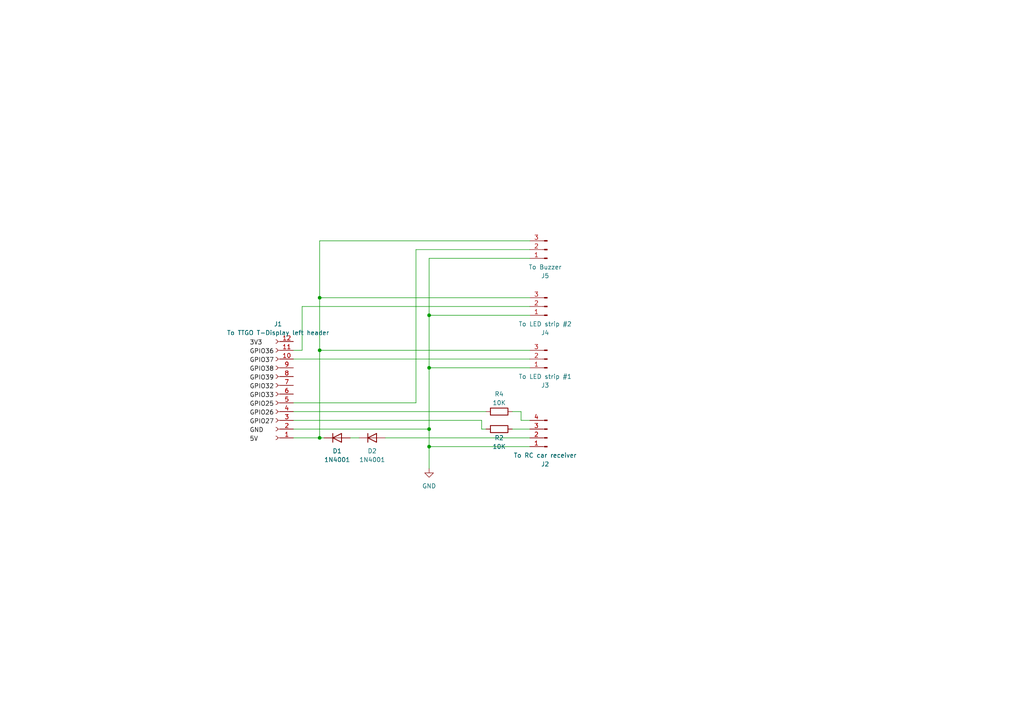
<source format=kicad_sch>
(kicad_sch (version 20230121) (generator eeschema)
  (paper "A4")
  (lib_symbols
    (symbol "Connector:Conn_01x03_Pin" (pin_names (offset 1.016) hide)
      (property "Reference" "J" (at 0 5.08 0))
      (property "Value" "Conn_01x03_Pin" (at 0 -5.08 0))
      (symbol "Conn_01x03_Pin_1_1"
        (polyline (pts (xy 1.27 -2.54) (xy 0.8636 -2.54)) (stroke (width 0.1524)))
        (polyline (pts (xy 1.27 0) (xy 0.8636 0)) (stroke (width 0.1524)))
        (polyline (pts (xy 1.27 2.54) (xy 0.8636 2.54)) (stroke (width 0.1524)))
        (rectangle (start 0.8636 -2.413) (end 0 -2.667) (stroke (width 0.1524)) (fill (type outline)))
        (rectangle (start 0.8636 0.127) (end 0 -0.127) (stroke (width 0.1524)) (fill (type outline)))
        (rectangle (start 0.8636 2.667) (end 0 2.413) (stroke (width 0.1524)) (fill (type outline)))
        (pin passive line (at 5.08 2.54 180) (length 3.81) (name "Pin_1") (number "1"))
        (pin passive line (at 5.08 0 180) (length 3.81) (name "Pin_2") (number "2"))
        (pin passive line (at 5.08 -2.54 180) (length 3.81) (name "Pin_3") (number "3"))
      )
    )
    (symbol "Connector:Conn_01x04_Pin" (pin_names (offset 1.016) hide)
      (property "Reference" "J" (at 0 5.08 0))
      (property "Value" "Conn_01x04_Pin" (at 0 -7.62 0))
      (symbol "Conn_01x04_Pin_1_1"
        (polyline (pts (xy 1.27 -5.08) (xy 0.8636 -5.08)) (stroke (width 0.1524)))
        (polyline (pts (xy 1.27 -2.54) (xy 0.8636 -2.54)) (stroke (width 0.1524)))
        (polyline (pts (xy 1.27 0) (xy 0.8636 0)) (stroke (width 0.1524)))
        (polyline (pts (xy 1.27 2.54) (xy 0.8636 2.54)) (stroke (width 0.1524)))
        (rectangle (start 0.8636 -4.953) (end 0 -5.207) (stroke (width 0.1524)) (fill (type outline)))
        (rectangle (start 0.8636 -2.413) (end 0 -2.667) (stroke (width 0.1524)) (fill (type outline)))
        (rectangle (start 0.8636 0.127) (end 0 -0.127) (stroke (width 0.1524)) (fill (type outline)))
        (rectangle (start 0.8636 2.667) (end 0 2.413) (stroke (width 0.1524)) (fill (type outline)))
        (pin passive line (at 5.08 2.54 180) (length 3.81) (name "Pin_1") (number "1"))
        (pin passive line (at 5.08 0 180) (length 3.81) (name "Pin_2") (number "2"))
        (pin passive line (at 5.08 -2.54 180) (length 3.81) (name "Pin_3") (number "3"))
        (pin passive line (at 5.08 -5.08 180) (length 3.81) (name "Pin_4") (number "4"))
      )
    )
    (symbol "Connector:Conn_01x12_Socket" (pin_names (offset 1.016) hide)
      (property "Reference" "J" (at 0 15.24 0))
      (property "Value" "Conn_01x12_Socket" (at 0 -17.78 0))
      (symbol "Conn_01x12_Socket_1_1"
        (arc (start 0 -14.732) (mid -0.5058 -15.24) (end 0 -15.748) (stroke (width 0.1524)))
        (arc (start 0 -12.192) (mid -0.5058 -12.7) (end 0 -13.208) (stroke (width 0.1524)))
        (arc (start 0 -9.652) (mid -0.5058 -10.16) (end 0 -10.668) (stroke (width 0.1524)))
        (arc (start 0 -7.112) (mid -0.5058 -7.62) (end 0 -8.128) (stroke (width 0.1524)))
        (arc (start 0 -4.572) (mid -0.5058 -5.08) (end 0 -5.588) (stroke (width 0.1524)))
        (arc (start 0 -2.032) (mid -0.5058 -2.54) (end 0 -3.048) (stroke (width 0.1524)))
        (polyline (pts (xy -1.27 -15.24) (xy -0.508 -15.24)) (stroke (width 0.1524)))
        (polyline (pts (xy -1.27 -12.7) (xy -0.508 -12.7)) (stroke (width 0.1524)))
        (polyline (pts (xy -1.27 -10.16) (xy -0.508 -10.16)) (stroke (width 0.1524)))
        (polyline (pts (xy -1.27 -7.62) (xy -0.508 -7.62)) (stroke (width 0.1524)))
        (polyline (pts (xy -1.27 -5.08) (xy -0.508 -5.08)) (stroke (width 0.1524)))
        (polyline (pts (xy -1.27 -2.54) (xy -0.508 -2.54)) (stroke (width 0.1524)))
        (polyline (pts (xy -1.27 0) (xy -0.508 0)) (stroke (width 0.1524)))
        (polyline (pts (xy -1.27 2.54) (xy -0.508 2.54)) (stroke (width 0.1524)))
        (polyline (pts (xy -1.27 5.08) (xy -0.508 5.08)) (stroke (width 0.1524)))
        (polyline (pts (xy -1.27 7.62) (xy -0.508 7.62)) (stroke (width 0.1524)))
        (polyline (pts (xy -1.27 10.16) (xy -0.508 10.16)) (stroke (width 0.1524)))
        (polyline (pts (xy -1.27 12.7) (xy -0.508 12.7)) (stroke (width 0.1524)))
        (arc (start 0 0.508) (mid -0.5058 0) (end 0 -0.508) (stroke (width 0.1524)))
        (arc (start 0 3.048) (mid -0.5058 2.54) (end 0 2.032) (stroke (width 0.1524)))
        (arc (start 0 5.588) (mid -0.5058 5.08) (end 0 4.572) (stroke (width 0.1524)))
        (arc (start 0 8.128) (mid -0.5058 7.62) (end 0 7.112) (stroke (width 0.1524)))
        (arc (start 0 10.668) (mid -0.5058 10.16) (end 0 9.652) (stroke (width 0.1524)))
        (arc (start 0 13.208) (mid -0.5058 12.7) (end 0 12.192) (stroke (width 0.1524)))
        (pin passive line (at -5.08 12.7 0) (length 3.81) (name "Pin_1") (number "1"))
        (pin passive line (at -5.08 -10.16 0) (length 3.81) (name "Pin_10") (number "10"))
        (pin passive line (at -5.08 -12.7 0) (length 3.81) (name "Pin_11") (number "11"))
        (pin passive line (at -5.08 -15.24 0) (length 3.81) (name "Pin_12") (number "12"))
        (pin passive line (at -5.08 10.16 0) (length 3.81) (name "Pin_2") (number "2"))
        (pin passive line (at -5.08 7.62 0) (length 3.81) (name "Pin_3") (number "3"))
        (pin passive line (at -5.08 5.08 0) (length 3.81) (name "Pin_4") (number "4"))
        (pin passive line (at -5.08 2.54 0) (length 3.81) (name "Pin_5") (number "5"))
        (pin passive line (at -5.08 0 0) (length 3.81) (name "Pin_6") (number "6"))
        (pin passive line (at -5.08 -2.54 0) (length 3.81) (name "Pin_7") (number "7"))
        (pin passive line (at -5.08 -5.08 0) (length 3.81) (name "Pin_8") (number "8"))
        (pin passive line (at -5.08 -7.62 0) (length 3.81) (name "Pin_9") (number "9"))
      )
    )
    (symbol "Device:R" (pin_numbers hide) (pin_names (offset 0))
      (property "Reference" "R" (at 2.032 0 90))
      (property "Value" "R" (at 0 0 90))
      (symbol "R_0_1"
        (rectangle (start -1.016 -2.54) (end 1.016 2.54) (stroke (width 0.254)))
      )
      (symbol "R_1_1"
        (pin passive line (at 0 3.81 270) (length 1.27) (name "~") (number "1"))
        (pin passive line (at 0 -3.81 90) (length 1.27) (name "~") (number "2"))
      )
    )
    (symbol "Diode:1N4001" (pin_numbers hide) (pin_names hide)
      (property "Reference" "D" (at 0 2.54 0))
      (property "Value" "1N4001" (at 0 -2.54 0))
      (symbol "1N4001_0_1"
        (polyline (pts (xy -1.27 1.27) (xy -1.27 -1.27)) (stroke (width 0.254)))
        (polyline (pts (xy 1.27 0) (xy -1.27 0)))
        (polyline (pts (xy 1.27 1.27) (xy 1.27 -1.27) (xy -1.27 0) (xy 1.27 1.27)) (stroke (width 0.254)))
      )
      (symbol "1N4001_1_1"
        (pin passive line (at -3.81 0 0) (length 2.54) (name "K") (number "1"))
        (pin passive line (at 3.81 0 180) (length 2.54) (name "A") (number "2"))
      )
    )
    (symbol "power:GND" (power) (pin_names (offset 0))
      (property "Value" "GND" (at 0 -3.81 0))
      (symbol "GND_0_1"
        (polyline (pts (xy 0 0) (xy 0 -1.27) (xy 1.27 -1.27) (xy 0 -2.54) (xy -1.27 -1.27) (xy 0 -1.27)))
      )
      (symbol "GND_1_1"
        (pin power_in line (at 0 0 270) (length 0) hide (name "GND") (number "1"))
      )
    )
  )
  (junction (at 92.71 127))
  (junction (at 124.46 129.54))
  (junction (at 124.46 91.44))
  (junction (at 92.71 101.6))
  (junction (at 92.71 86.36))
  (junction (at 124.46 124.46))
  (junction (at 124.46 106.68))
  (wire (pts (xy 148.59 124.46) (xy 153.67 124.46)))
  (wire (pts (xy 111.76 127) (xy 153.67 127)))
  (wire (pts (xy 120.65 116.84) (xy 120.65 72.39)))
  (wire (pts (xy 87.63 88.9) (xy 153.67 88.9)))
  (wire (pts (xy 92.71 86.36) (xy 153.67 86.36)))
  (wire (pts (xy 101.6 127) (xy 104.14 127)))
  (wire (pts (xy 148.59 119.38) (xy 151.13 119.38)))
  (wire (pts (xy 139.7 121.92) (xy 85.09 121.92)))
  (wire (pts (xy 139.7 124.46) (xy 140.97 124.46)))
  (wire (pts (xy 85.09 119.38) (xy 140.97 119.38)))
  (wire (pts (xy 92.71 69.85) (xy 153.67 69.85)))
  (wire (pts (xy 124.46 106.68) (xy 124.46 124.46)))
  (wire (pts (xy 124.46 74.93) (xy 124.46 91.44)))
  (wire (pts (xy 92.71 127) (xy 93.98 127)))
  (wire (pts (xy 124.46 124.46) (xy 124.46 129.54)))
  (wire (pts (xy 120.65 72.39) (xy 153.67 72.39)))
  (wire (pts (xy 153.67 91.44) (xy 124.46 91.44)))
  (wire (pts (xy 124.46 129.54) (xy 153.67 129.54)))
  (wire (pts (xy 92.71 127) (xy 92.71 101.6)))
  (wire (pts (xy 85.09 124.46) (xy 124.46 124.46)))
  (wire (pts (xy 85.09 101.6) (xy 87.63 101.6)))
  (wire (pts (xy 92.71 86.36) (xy 92.71 69.85)))
  (wire (pts (xy 85.09 116.84) (xy 120.65 116.84)))
  (wire (pts (xy 153.67 106.68) (xy 124.46 106.68)))
  (wire (pts (xy 87.63 101.6) (xy 87.63 88.9)))
  (wire (pts (xy 124.46 129.54) (xy 124.46 135.89)))
  (wire (pts (xy 85.09 127) (xy 92.71 127)))
  (wire (pts (xy 85.09 104.14) (xy 153.67 104.14)))
  (wire (pts (xy 153.67 74.93) (xy 124.46 74.93)))
  (wire (pts (xy 151.13 121.92) (xy 151.13 119.38)))
  (wire (pts (xy 124.46 91.44) (xy 124.46 106.68)))
  (wire (pts (xy 92.71 101.6) (xy 153.67 101.6)))
  (wire (pts (xy 153.67 121.92) (xy 151.13 121.92)))
  (wire (pts (xy 92.71 86.36) (xy 92.71 101.6)))
  (wire (pts (xy 139.7 124.46) (xy 139.7 121.92)))
  (label "GND" (at 72.39 125.73 0))
  (label "GPIO38" (at 72.39 107.95 0))
  (label "GPIO36" (at 72.39 102.87 0))
  (label "GPIO27" (at 72.39 123.19 0))
  (label "GPIO25" (at 72.39 118.11 0))
  (label "GPIO39" (at 72.39 110.49 0))
  (label "GPIO33" (at 72.39 115.57 0))
  (label "3V3" (at 72.39 100.33 0))
  (label "GPIO32" (at 72.39 113.03 0))
  (label "GPIO37" (at 72.39 105.41 0))
  (label "GPIO26" (at 72.39 120.65 0))
  (label "5V" (at 72.39 128.27 0))
  (symbol (lib_id "Connector:Conn_01x04_Pin") (at 158.75 127 180) (unit 1)
    (property "Reference" "J2" (at 158.115 134.62 0))
    (property "Value" "To RC car receiver" (at 158.115 132.08 0))
    (property "Footprint" "Connector_PinHeader_2.54mm:PinHeader_1x04_P2.54mm_Vertical" (effects hide))
  )
  (symbol (lib_id "Connector:Conn_01x03_Pin") (at 158.75 72.39 180) (unit 1)
    (property "Reference" "J5" (at 158.115 80.01 0))
    (property "Value" "To Buzzer" (at 158.115 77.47 0))
    (property "Footprint" "Connector_PinHeader_2.54mm:PinHeader_1x03_P2.54mm_Vertical" (effects hide))
  )
  (symbol (lib_id "Connector:Conn_01x12_Socket") (at 80.01 114.3 180) (unit 1)
    (property "Reference" "J1" (at 80.645 93.98 0))
    (property "Value" "To TTGO T-Display left header" (at 80.645 96.52 0))
    (property "Footprint" "Connector_PinHeader_2.54mm:PinHeader_1x12_P2.54mm_Vertical" (effects hide))
  )
  (symbol (lib_id "Device:R") (at 144.78 119.38 90) (unit 1)
    (property "Reference" "R4" (at 144.78 114.3 90))
    (property "Value" "10K" (at 144.78 116.84 90))
    (property "Footprint" "Resistor_THT:R_Axial_DIN0207_L6.3mm_D2.5mm_P7.62mm_Horizontal" (effects hide))
  )
  (symbol (lib_id "Connector:Conn_01x03_Pin") (at 158.75 104.14 180) (unit 1)
    (property "Reference" "J3" (at 158.115 111.76 0))
    (property "Value" "To LED strip #1" (at 158.115 109.22 0))
    (property "Footprint" "Connector_PinHeader_2.54mm:PinHeader_1x03_P2.54mm_Vertical" (effects hide))
  )
  (symbol (lib_id "Diode:1N4001") (at 97.79 127 0) (unit 1)
    (property "Reference" "D1" (at 97.79 130.81 0))
    (property "Value" "1N4001" (at 97.79 133.35 0))
    (property "Footprint" "Diode_THT:D_DO-41_SOD81_P10.16mm_Horizontal" (effects hide))
    (property "Datasheet" "http://www.vishay.com/docs/88503/1n4001.pdf" (effects hide))
    (property "Sim.Device" "D" (effects hide))
    (property "Sim.Pins" "1=K 2=A" (effects hide))
  )
  (symbol (lib_id "Device:R") (at 144.78 124.46 90) (unit 1)
    (property "Reference" "R2" (at 144.78 127 90))
    (property "Value" "10K" (at 144.78 129.54 90))
    (property "Footprint" "Resistor_THT:R_Axial_DIN0207_L6.3mm_D2.5mm_P7.62mm_Horizontal" (effects hide))
  )
  (symbol (lib_id "Diode:1N4001") (at 107.95 127 0) (unit 1)
    (property "Reference" "D2" (at 107.95 130.81 0))
    (property "Value" "1N4001" (at 107.95 133.35 0))
    (property "Footprint" "Diode_THT:D_DO-41_SOD81_P10.16mm_Horizontal" (effects hide))
    (property "Datasheet" "http://www.vishay.com/docs/88503/1n4001.pdf" (effects hide))
    (property "Sim.Device" "D" (effects hide))
    (property "Sim.Pins" "1=K 2=A" (effects hide))
  )
  (symbol (lib_id "Connector:Conn_01x03_Pin") (at 158.75 88.9 180) (unit 1)
    (property "Reference" "J4" (at 158.115 96.52 0))
    (property "Value" "To LED strip #2" (at 158.115 93.98 0))
    (property "Footprint" "Connector_PinHeader_2.54mm:PinHeader_1x03_P2.54mm_Vertical" (effects hide))
  )
  (symbol (lib_id "power:GND") (at 124.46 135.89 0) (unit 1)
    (property "Reference" "#PWR01" (effects hide))
    (property "Value" "GND" (at 124.46 140.97 0))
  )
)
</source>
